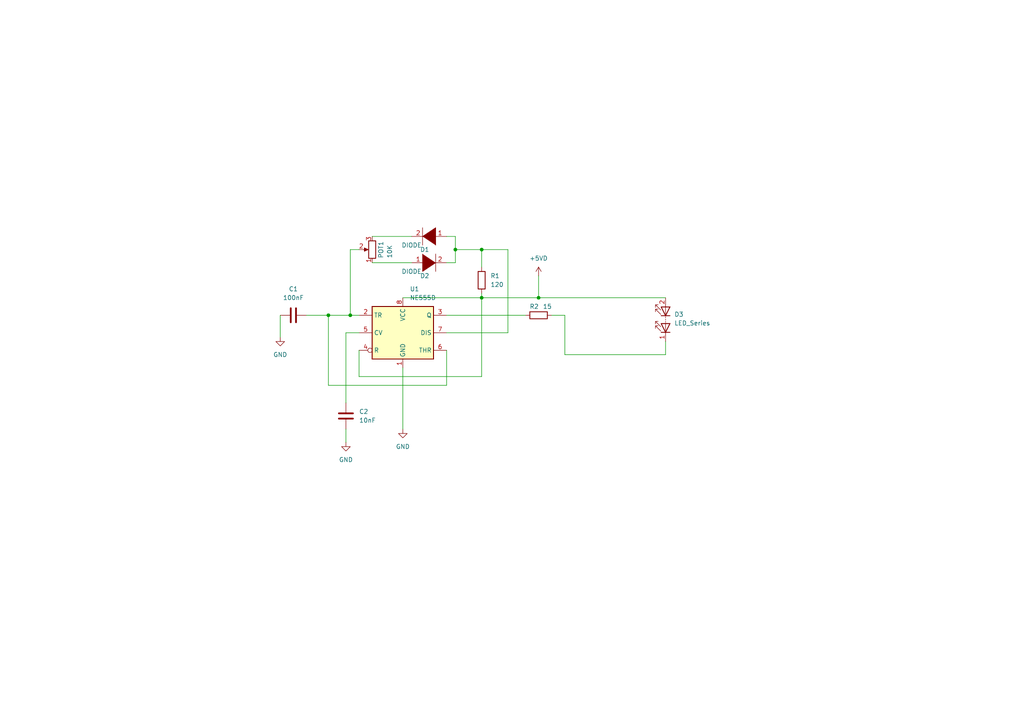
<source format=kicad_sch>
(kicad_sch (version 20211123) (generator eeschema)
  (paper "A4")
  (lib_symbols
    (symbol "Device:C" (pin_numbers hide) (pin_names (offset 0.254))
      (property "Reference" "C" (at 0.635 2.54 0))
      (property "Value" "C" (at 0.635 -2.54 0))
      (symbol "C_0_1"
        (polyline (pts (xy -2.032 -0.762) (xy 2.032 -0.762)) (stroke (width 0.508)))
        (polyline (pts (xy -2.032 0.762) (xy 2.032 0.762)) (stroke (width 0.508)))
      )
      (symbol "C_1_1"
        (pin passive line (at 0 3.81 270) (length 2.794) (name "~") (number "1"))
        (pin passive line (at 0 -3.81 90) (length 2.794) (name "~") (number "2"))
      )
    )
    (symbol "Device:LED_Series" (pin_names (offset 1.016) hide)
      (property "Reference" "D" (at 0 5.715 0))
      (property "Value" "LED_Series" (at 0 3.81 0))
      (symbol "LED_Series_0_1"
        (polyline (pts (xy -3.81 0) (xy -1.016 0)))
        (polyline (pts (xy -3.683 -1.27) (xy -3.683 1.27)) (stroke (width 0.254)))
        (polyline (pts (xy -0.508 0) (xy -0.762 0)))
        (polyline (pts (xy 0.127 0) (xy -0.127 0)))
        (polyline (pts (xy 0.508 0) (xy 0.762 0)))
        (polyline (pts (xy 1.016 0) (xy 3.81 0)))
        (polyline (pts (xy 1.143 -1.27) (xy 1.143 1.27)) (stroke (width 0.254)))
        (polyline (pts (xy -1.143 -1.27) (xy -1.143 1.27) (xy -3.683 0) (xy -1.143 -1.27)) (stroke (width 0.254)))
        (polyline (pts (xy 3.683 -1.27) (xy 3.683 1.27) (xy 1.143 0) (xy 3.683 -1.27)) (stroke (width 0.254)))
        (polyline (pts (xy -3.302 1.397) (xy -1.778 2.921) (xy -2.54 2.921) (xy -1.778 2.921) (xy -1.778 2.159)))
        (polyline (pts (xy -2.032 1.397) (xy -0.508 2.921) (xy -1.27 2.921) (xy -0.508 2.921) (xy -0.508 2.159)))
        (polyline (pts (xy 1.524 1.397) (xy 3.048 2.921) (xy 2.286 2.921) (xy 3.048 2.921) (xy 3.048 2.159)))
        (polyline (pts (xy 2.794 1.397) (xy 4.318 2.921) (xy 3.556 2.921) (xy 4.318 2.921) (xy 4.318 2.159)))
      )
      (symbol "LED_Series_1_1"
        (pin passive line (at -6.35 0 0) (length 2.54) (name "K") (number "1"))
        (pin passive line (at 6.35 0 180) (length 2.54) (name "A") (number "2"))
      )
    )
    (symbol "Device:R" (pin_numbers hide) (pin_names (offset 0))
      (property "Reference" "R" (at 2.032 0 90))
      (property "Value" "R" (at 0 0 90))
      (symbol "R_0_1"
        (rectangle (start -1.016 -2.54) (end 1.016 2.54) (stroke (width 0.254)))
      )
      (symbol "R_1_1"
        (pin passive line (at 0 3.81 270) (length 1.27) (name "~") (number "1"))
        (pin passive line (at 0 -3.81 90) (length 1.27) (name "~") (number "2"))
      )
    )
    (symbol "Device:R_Potentiometer" (pin_names (offset 1.016) hide)
      (property "Reference" "RV" (at -4.445 0 90))
      (property "Value" "R_Potentiometer" (at -2.54 0 90))
      (symbol "R_Potentiometer_0_1"
        (polyline (pts (xy 2.54 0) (xy 1.524 0)))
        (polyline (pts (xy 1.143 0) (xy 2.286 0.508) (xy 2.286 -0.508) (xy 1.143 0)) (fill (type outline)))
        (rectangle (start 1.016 2.54) (end -1.016 -2.54) (stroke (width 0.254)))
      )
      (symbol "R_Potentiometer_1_1"
        (pin passive line (at 0 3.81 270) (length 1.27) (name "1") (number "1"))
        (pin passive line (at 3.81 0 180) (length 1.27) (name "2") (number "2"))
        (pin passive line (at 0 -3.81 90) (length 1.27) (name "3") (number "3"))
      )
    )
    (symbol "Timer:NE555D"
      (property "Reference" "U" (at -10.16 8.89 0))
      (property "Value" "NE555D" (at 2.54 8.89 0))
      (symbol "NE555D_0_0"
        (pin power_in line (at 0 -10.16 90) (length 2.54) (name "GND") (number "1"))
        (pin power_in line (at 0 10.16 270) (length 2.54) (name "VCC") (number "8"))
      )
      (symbol "NE555D_0_1"
        (rectangle (start -8.89 -7.62) (end 8.89 7.62) (stroke (width 0.254)) (fill (type background)))
        (rectangle (start -8.89 -7.62) (end 8.89 7.62) (stroke (width 0.254)) (fill (type background)))
      )
      (symbol "NE555D_1_1"
        (pin input line (at -12.7 5.08 0) (length 3.81) (name "TR") (number "2"))
        (pin output line (at 12.7 5.08 180) (length 3.81) (name "Q") (number "3"))
        (pin input inverted (at -12.7 -5.08 0) (length 3.81) (name "R") (number "4"))
        (pin input line (at -12.7 0 0) (length 3.81) (name "CV") (number "5"))
        (pin input line (at 12.7 -5.08 180) (length 3.81) (name "THR") (number "6"))
        (pin input line (at 12.7 0 180) (length 3.81) (name "DIS") (number "7"))
      )
    )
    (symbol "power:+5VD" (power) (pin_names (offset 0))
      (property "Value" "+5VD" (at 0 3.556 0))
      (symbol "+5VD_0_1"
        (polyline (pts (xy -0.762 1.27) (xy 0 2.54)))
        (polyline (pts (xy 0 0) (xy 0 2.54)))
        (polyline (pts (xy 0 2.54) (xy 0.762 1.27)))
      )
      (symbol "+5VD_1_1"
        (pin power_in line (at 0 0 90) (length 0) hide (name "+5VD") (number "1"))
      )
    )
    (symbol "power:GND" (power) (pin_names (offset 0))
      (property "Value" "GND" (at 0 -3.81 0))
      (symbol "GND_0_1"
        (polyline (pts (xy 0 0) (xy 0 -1.27) (xy 1.27 -1.27) (xy 0 -2.54) (xy -1.27 -1.27) (xy 0 -1.27)))
      )
      (symbol "GND_1_1"
        (pin power_in line (at 0 0 270) (length 0) hide (name "GND") (number "1"))
      )
    )
    (symbol "pspice:DIODE" (pin_names (offset 1.016) hide)
      (property "Reference" "D" (at 0 3.81 0))
      (property "Value" "DIODE" (at 0 -4.445 0))
      (symbol "DIODE_0_1"
        (polyline (pts (xy 1.905 2.54) (xy 1.905 -2.54)))
        (polyline (pts (xy -1.905 2.54) (xy -1.905 -2.54) (xy 1.905 0)) (fill (type outline)))
      )
      (symbol "DIODE_1_1"
        (pin input line (at -5.08 0 0) (length 3.81) (name "K") (number "1"))
        (pin input line (at 5.08 0 180) (length 3.81) (name "A") (number "2"))
      )
    )
  )
  (junction (at 101.6 91.44))
  (junction (at 156.21 86.36))
  (junction (at 139.7 72.39))
  (junction (at 132.08 72.39))
  (junction (at 139.7 86.36))
  (junction (at 95.25 91.44))
  (wire (pts (xy 129.54 68.58) (xy 132.08 68.58)))
  (wire (pts (xy 95.25 91.44) (xy 101.6 91.44)))
  (wire (pts (xy 88.9 91.44) (xy 95.25 91.44)))
  (wire (pts (xy 193.04 102.87) (xy 193.04 99.06)))
  (wire (pts (xy 100.33 96.52) (xy 104.14 96.52)))
  (wire (pts (xy 139.7 86.36) (xy 139.7 109.22)))
  (wire (pts (xy 95.25 111.76) (xy 129.54 111.76)))
  (wire (pts (xy 156.21 86.36) (xy 156.21 80.01)))
  (wire (pts (xy 116.84 124.46) (xy 116.84 106.68)))
  (wire (pts (xy 160.02 91.44) (xy 163.83 91.44)))
  (wire (pts (xy 132.08 72.39) (xy 139.7 72.39)))
  (wire (pts (xy 129.54 111.76) (xy 129.54 101.6)))
  (wire (pts (xy 119.38 68.58) (xy 107.95 68.58)))
  (wire (pts (xy 163.83 91.44) (xy 163.83 102.87)))
  (wire (pts (xy 132.08 76.2) (xy 132.08 72.39)))
  (wire (pts (xy 139.7 109.22) (xy 104.14 109.22)))
  (wire (pts (xy 132.08 72.39) (xy 132.08 68.58)))
  (wire (pts (xy 139.7 86.36) (xy 156.21 86.36)))
  (wire (pts (xy 147.32 96.52) (xy 147.32 72.39)))
  (wire (pts (xy 156.21 86.36) (xy 193.04 86.36)))
  (wire (pts (xy 101.6 72.39) (xy 101.6 91.44)))
  (wire (pts (xy 129.54 96.52) (xy 147.32 96.52)))
  (wire (pts (xy 119.38 76.2) (xy 107.95 76.2)))
  (wire (pts (xy 81.28 97.79) (xy 81.28 91.44)))
  (wire (pts (xy 116.84 86.36) (xy 139.7 86.36)))
  (wire (pts (xy 95.25 91.44) (xy 95.25 111.76)))
  (wire (pts (xy 139.7 72.39) (xy 147.32 72.39)))
  (wire (pts (xy 163.83 102.87) (xy 193.04 102.87)))
  (wire (pts (xy 139.7 72.39) (xy 139.7 77.47)))
  (wire (pts (xy 100.33 124.46) (xy 100.33 128.27)))
  (wire (pts (xy 100.33 96.52) (xy 100.33 116.84)))
  (wire (pts (xy 129.54 91.44) (xy 152.4 91.44)))
  (wire (pts (xy 104.14 72.39) (xy 101.6 72.39)))
  (wire (pts (xy 104.14 109.22) (xy 104.14 101.6)))
  (wire (pts (xy 139.7 85.09) (xy 139.7 86.36)))
  (wire (pts (xy 132.08 76.2) (xy 129.54 76.2)))
  (wire (pts (xy 101.6 91.44) (xy 104.14 91.44)))
  (symbol (lib_id "power:GND") (at 81.28 97.79 0) (unit 1)
    (property "Reference" "#PWR0104" (effects hide))
    (property "Value" "GND" (at 81.28 102.87 0))
  )
  (symbol (lib_id "power:GND") (at 100.33 128.27 0) (unit 1)
    (property "Reference" "#PWR0102" (effects hide))
    (property "Value" "GND" (at 100.33 133.35 0))
  )
  (symbol (lib_id "pspice:DIODE") (at 124.46 68.58 180) (unit 1)
    (property "Reference" "D1" (at 123.19 72.39 0))
    (property "Value" "DIODE" (at 119.38 71.12 0))
  )
  (symbol (lib_id "power:GND") (at 116.84 124.46 0) (unit 1)
    (property "Reference" "#PWR0103" (effects hide))
    (property "Value" "GND" (at 116.84 129.54 0))
  )
  (symbol (lib_id "power:+5VD") (at 156.21 80.01 0) (unit 1)
    (property "Reference" "#PWR0101" (effects hide))
    (property "Value" "+5VD" (at 156.21 74.93 0))
  )
  (symbol (lib_id "Device:C") (at 85.09 91.44 90) (unit 1)
    (property "Reference" "C1" (at 85.09 83.82 90))
    (property "Value" "100nF" (at 85.09 86.36 90))
  )
  (symbol (lib_id "Device:LED_Series") (at 193.04 92.71 90) (unit 1)
    (property "Reference" "D3" (at 195.58 91.1859 90) (effects (justify right)))
    (property "Value" "LED_Series" (at 195.58 93.7259 90) (effects (justify right)))
  )
  (symbol (lib_id "Device:C") (at 100.33 120.65 0) (unit 1)
    (property "Reference" "C2" (at 104.14 119.3799 0) (effects (justify left)))
    (property "Value" "10nF" (at 104.14 121.9199 0) (effects (justify left)))
  )
  (symbol (lib_id "Device:R") (at 156.21 91.44 90) (unit 1)
    (property "Reference" "R2" (at 154.94 88.9 90))
    (property "Value" "15" (at 158.75 88.9 90))
  )
  (symbol (lib_id "pspice:DIODE") (at 124.46 76.2 0) (unit 1)
    (property "Reference" "D2" (at 123.19 80.01 0))
    (property "Value" "DIODE" (at 119.38 78.74 0))
  )
  (symbol (lib_id "Timer:NE555D") (at 116.84 96.52 0) (unit 1)
    (property "Reference" "U1" (at 118.8594 83.82 0) (effects (justify left)))
    (property "Value" "NE555D" (at 118.8594 86.36 0) (effects (justify left)))
    (property "Footprint" "Package_SO:SOIC-8_3.9x4.9mm_P1.27mm" (effects hide))
    (property "Datasheet" "http://www.ti.com/lit/ds/symlink/ne555.pdf" (effects hide))
  )
  (symbol (lib_id "Device:R") (at 139.7 81.28 0) (unit 1)
    (property "Reference" "R1" (at 142.24 80.01 0) (effects (justify left)))
    (property "Value" "120" (at 142.24 82.55 0) (effects (justify left)))
  )
  (symbol (lib_id "Device:R_Potentiometer") (at 107.95 72.39 180) (unit 1)
    (property "Reference" "POT1" (at 110.49 74.93 90) (effects (justify right)))
    (property "Value" "10K" (at 113.03 74.93 90) (effects (justify right)))
  )
)
</source>
